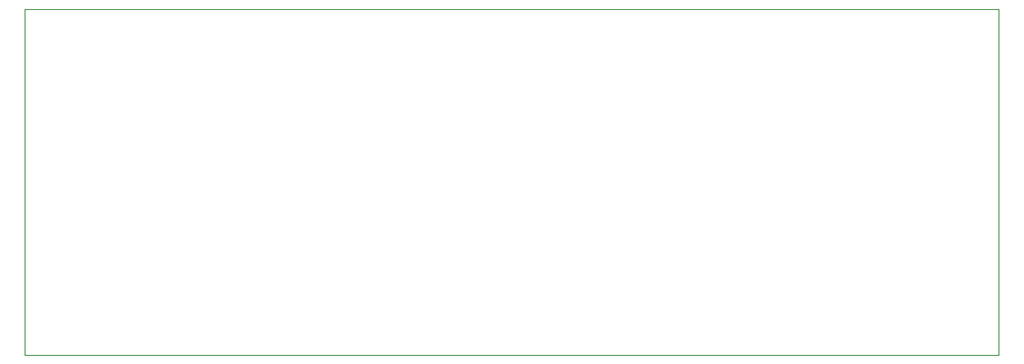
<source format=gbr>
%TF.GenerationSoftware,KiCad,Pcbnew,8.0.1*%
%TF.CreationDate,2024-05-13T00:47:24+01:00*%
%TF.ProjectId,TIMPS2Key,54494d50-5332-44b6-9579-2e6b69636164,rev?*%
%TF.SameCoordinates,Original*%
%TF.FileFunction,Profile,NP*%
%FSLAX46Y46*%
G04 Gerber Fmt 4.6, Leading zero omitted, Abs format (unit mm)*
G04 Created by KiCad (PCBNEW 8.0.1) date 2024-05-13 00:47:24*
%MOMM*%
%LPD*%
G01*
G04 APERTURE LIST*
%TA.AperFunction,Profile*%
%ADD10C,0.100000*%
%TD*%
G04 APERTURE END LIST*
D10*
X80700000Y-46750000D02*
X171290000Y-46750000D01*
X171290000Y-78930000D01*
X80700000Y-78930000D01*
X80700000Y-46750000D01*
M02*

</source>
